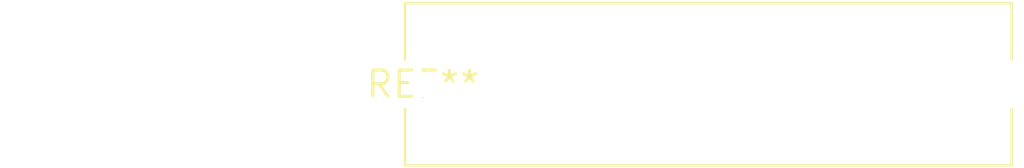
<source format=kicad_pcb>
(kicad_pcb (version 20240108) (generator pcbnew)
  (layers (0 "F.Cu" signal) (31 "B.Cu" signal) (34 "B.Paste" user) (35 "F.Paste" user) (36 "B.SilkS" user "B.Silkscreen") (37 "F.SilkS" user "F.Silkscreen") (38 "B.Mask" user) (39 "F.Mask" user) (44 "Edge.Cuts" user))
  (net 0 "")
  (footprint "C_Rect_L29.0mm_W7.6mm_P27.50mm_MKT" (layer "F.Cu") (at 0 0)
    (property "Reference" "REF**")
    (property "Value" "C_Rect_L29.0mm_W7.6mm_P27.50mm_MKT")
    (fp_line (start -0.87 -3.92) (end -0.87 -1.185) (layer "F.SilkS") (stroke (width 0.12)))
    (fp_line (start -0.87 -3.92) (end 28.37 -3.92) (layer "F.SilkS") (stroke (width 0.12)))
    (fp_line (start -0.87 1.185) (end -0.87 3.92) (layer "F.SilkS") (stroke (width 0.12)))
    (fp_line (start -0.87 3.92) (end 28.37 3.92) (layer "F.SilkS") (stroke (width 0.12)))
    (fp_line (start 28.37 -3.92) (end 28.37 -1.185) (layer "F.SilkS") (stroke (width 0.12)))
    (fp_line (start 28.37 1.185) (end 28.37 3.92) (layer "F.SilkS") (stroke (width 0.12)))
    (pad "1" thru_hole circle (at 0 0) (size 2.4 2.4) (drill 1.2) (layers *.Cu *.Mask) (remove_unused_layers))
    (pad "2" thru_hole circle (at 27.5 0) (size 2.4 2.4) (drill 1.2) (layers *.Cu *.Mask) (remove_unused_layers))
  )
)
</source>
